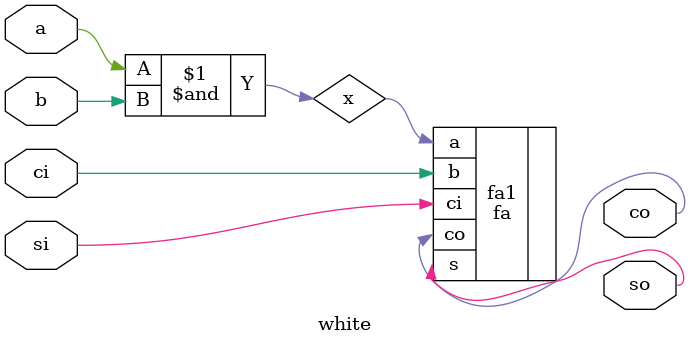
<source format=v>
`timescale 1ns / 1ps


module white(
    input a, //  1 bit input of multiplier
    input b, // 1 bit input of multiplicant
    input si, // sum in
    input ci, // carry in
    output so, // sum out
    output co // carry out
    );

    wire x;

    and a1(x, a, b);
    fa fa1(.a(x), .b(ci), .ci(si), .co(co), .s(so));

endmodule

</source>
